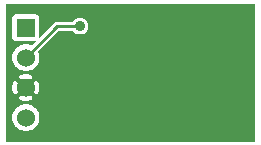
<source format=gbr>
G04 start of page 3 for group 1 idx 1 *
G04 Title: (unknown), solder *
G04 Creator: pcb 20110918 *
G04 CreationDate: Sun 25 Aug 2013 03:10:13 AM GMT UTC *
G04 For: railfan *
G04 Format: Gerber/RS-274X *
G04 PCB-Dimensions: 85000 48000 *
G04 PCB-Coordinate-Origin: lower left *
%MOIN*%
%FSLAX25Y25*%
%LNBOTTOM*%
%ADD28C,0.0380*%
%ADD27C,0.0200*%
%ADD26C,0.0360*%
%ADD25C,0.0600*%
%ADD24C,0.0100*%
%ADD23C,0.0001*%
G54D23*G36*
X15643Y47000D02*X84000D01*
Y1000D01*
X15643D01*
Y35022D01*
X18621Y38000D01*
X23135D01*
X23228Y37849D01*
X23514Y37514D01*
X23849Y37228D01*
X24225Y36997D01*
X24632Y36829D01*
X25061Y36726D01*
X25500Y36691D01*
X25939Y36726D01*
X26368Y36829D01*
X26775Y36997D01*
X27151Y37228D01*
X27486Y37514D01*
X27772Y37849D01*
X28003Y38225D01*
X28171Y38632D01*
X28274Y39061D01*
X28300Y39500D01*
X28274Y39939D01*
X28171Y40368D01*
X28003Y40775D01*
X27772Y41151D01*
X27486Y41486D01*
X27151Y41772D01*
X26775Y42003D01*
X26368Y42171D01*
X25939Y42274D01*
X25500Y42309D01*
X25061Y42274D01*
X24632Y42171D01*
X24225Y42003D01*
X23849Y41772D01*
X23514Y41486D01*
X23228Y41151D01*
X23135Y41000D01*
X18059D01*
X18000Y41005D01*
X17765Y40986D01*
X17535Y40931D01*
X17317Y40841D01*
X17116Y40717D01*
X17115Y40717D01*
X16936Y40564D01*
X16898Y40519D01*
X15643Y39264D01*
Y47000D01*
G37*
G36*
X11113Y26302D02*X11152Y26347D01*
X11522Y26951D01*
X11793Y27605D01*
X11958Y28294D01*
X12000Y29000D01*
X11958Y29706D01*
X11793Y30395D01*
X11565Y30944D01*
X15643Y35022D01*
Y1000D01*
X11113D01*
Y6302D01*
X11152Y6347D01*
X11522Y6951D01*
X11793Y7605D01*
X11958Y8294D01*
X12000Y9000D01*
X11958Y9706D01*
X11793Y10395D01*
X11522Y11049D01*
X11152Y11653D01*
X11113Y11698D01*
Y16853D01*
X11156Y16860D01*
X11268Y16897D01*
X11373Y16952D01*
X11468Y17022D01*
X11551Y17106D01*
X11619Y17202D01*
X11670Y17308D01*
X11818Y17716D01*
X11922Y18137D01*
X11984Y18567D01*
X12005Y19000D01*
X11984Y19433D01*
X11922Y19863D01*
X11818Y20284D01*
X11675Y20694D01*
X11622Y20800D01*
X11553Y20896D01*
X11470Y20981D01*
X11375Y21051D01*
X11269Y21106D01*
X11157Y21143D01*
X11113Y21151D01*
Y26302D01*
G37*
G36*
Y1000D02*X7502D01*
Y4486D01*
X8206Y4542D01*
X8895Y4707D01*
X9549Y4978D01*
X10153Y5348D01*
X10692Y5808D01*
X11113Y6302D01*
Y1000D01*
G37*
G36*
X7502Y24486D02*X8206Y24542D01*
X8895Y24707D01*
X9549Y24978D01*
X10153Y25348D01*
X10692Y25808D01*
X11113Y26302D01*
Y21151D01*
X11040Y21163D01*
X10921Y21164D01*
X10804Y21146D01*
X10691Y21110D01*
X10585Y21057D01*
X10488Y20988D01*
X10404Y20905D01*
X10333Y20809D01*
X10279Y20704D01*
X10241Y20592D01*
X10222Y20475D01*
X10221Y20356D01*
X10239Y20239D01*
X10277Y20126D01*
X10376Y19855D01*
X10444Y19575D01*
X10486Y19289D01*
X10500Y19000D01*
X10486Y18711D01*
X10444Y18425D01*
X10376Y18145D01*
X10280Y17872D01*
X10242Y17761D01*
X10225Y17644D01*
X10225Y17526D01*
X10245Y17409D01*
X10282Y17297D01*
X10336Y17193D01*
X10406Y17098D01*
X10491Y17015D01*
X10587Y16946D01*
X10692Y16893D01*
X10805Y16857D01*
X10921Y16840D01*
X11039Y16841D01*
X11113Y16853D01*
Y11698D01*
X10692Y12192D01*
X10153Y12652D01*
X9549Y13022D01*
X8895Y13293D01*
X8206Y13458D01*
X7502Y13514D01*
Y14495D01*
X7933Y14516D01*
X8363Y14578D01*
X8784Y14682D01*
X9194Y14825D01*
X9300Y14878D01*
X9396Y14947D01*
X9481Y15030D01*
X9551Y15125D01*
X9606Y15231D01*
X9643Y15343D01*
X9663Y15460D01*
X9664Y15579D01*
X9646Y15696D01*
X9610Y15809D01*
X9557Y15915D01*
X9488Y16012D01*
X9405Y16096D01*
X9309Y16167D01*
X9204Y16221D01*
X9092Y16259D01*
X8975Y16278D01*
X8856Y16279D01*
X8739Y16261D01*
X8626Y16223D01*
X8355Y16124D01*
X8075Y16056D01*
X7789Y16014D01*
X7502Y16000D01*
Y22000D01*
X7789Y21986D01*
X8075Y21944D01*
X8355Y21876D01*
X8628Y21780D01*
X8739Y21742D01*
X8856Y21725D01*
X8974Y21725D01*
X9091Y21745D01*
X9203Y21782D01*
X9307Y21836D01*
X9402Y21906D01*
X9485Y21991D01*
X9554Y22087D01*
X9607Y22192D01*
X9643Y22305D01*
X9660Y22421D01*
X9659Y22539D01*
X9640Y22656D01*
X9603Y22768D01*
X9548Y22873D01*
X9478Y22968D01*
X9394Y23051D01*
X9298Y23119D01*
X9192Y23170D01*
X8784Y23318D01*
X8363Y23422D01*
X7933Y23484D01*
X7502Y23505D01*
Y24486D01*
G37*
G36*
Y34507D02*X10735Y34514D01*
X10942Y34564D01*
X9444Y33065D01*
X8895Y33293D01*
X8206Y33458D01*
X7502Y33514D01*
Y34507D01*
G37*
G36*
Y47000D02*X15643D01*
Y39264D01*
X11936Y35558D01*
X11986Y35765D01*
X12000Y36000D01*
X11986Y42235D01*
X11931Y42465D01*
X11841Y42683D01*
X11717Y42884D01*
X11564Y43064D01*
X11384Y43217D01*
X11183Y43341D01*
X10965Y43431D01*
X10735Y43486D01*
X10500Y43500D01*
X7502Y43493D01*
Y47000D01*
G37*
G36*
X3887Y6302D02*X4308Y5808D01*
X4847Y5348D01*
X5451Y4978D01*
X6105Y4707D01*
X6794Y4542D01*
X7500Y4486D01*
X7502Y4486D01*
Y1000D01*
X3887D01*
Y6302D01*
G37*
G36*
Y26302D02*X4308Y25808D01*
X4847Y25348D01*
X5451Y24978D01*
X6105Y24707D01*
X6794Y24542D01*
X7500Y24486D01*
X7502Y24486D01*
Y23505D01*
X7500Y23505D01*
X7067Y23484D01*
X6637Y23422D01*
X6216Y23318D01*
X5806Y23175D01*
X5700Y23122D01*
X5604Y23053D01*
X5519Y22970D01*
X5449Y22875D01*
X5394Y22769D01*
X5357Y22657D01*
X5337Y22540D01*
X5336Y22421D01*
X5354Y22304D01*
X5390Y22191D01*
X5443Y22085D01*
X5512Y21988D01*
X5595Y21904D01*
X5691Y21833D01*
X5796Y21779D01*
X5908Y21741D01*
X6025Y21722D01*
X6144Y21721D01*
X6261Y21739D01*
X6374Y21777D01*
X6645Y21876D01*
X6925Y21944D01*
X7211Y21986D01*
X7500Y22000D01*
X7502Y22000D01*
Y16000D01*
X7500Y16000D01*
X7211Y16014D01*
X6925Y16056D01*
X6645Y16124D01*
X6372Y16220D01*
X6261Y16258D01*
X6144Y16275D01*
X6026Y16275D01*
X5909Y16255D01*
X5797Y16218D01*
X5693Y16164D01*
X5598Y16094D01*
X5515Y16009D01*
X5446Y15913D01*
X5393Y15808D01*
X5357Y15695D01*
X5340Y15579D01*
X5341Y15461D01*
X5360Y15344D01*
X5397Y15232D01*
X5452Y15127D01*
X5522Y15032D01*
X5606Y14949D01*
X5702Y14881D01*
X5808Y14830D01*
X6216Y14682D01*
X6637Y14578D01*
X7067Y14516D01*
X7500Y14495D01*
X7502Y14495D01*
Y13514D01*
X7500Y13514D01*
X6794Y13458D01*
X6105Y13293D01*
X5451Y13022D01*
X4847Y12652D01*
X4308Y12192D01*
X3887Y11698D01*
Y16849D01*
X3960Y16837D01*
X4079Y16836D01*
X4196Y16854D01*
X4309Y16890D01*
X4415Y16943D01*
X4512Y17012D01*
X4596Y17095D01*
X4667Y17191D01*
X4721Y17296D01*
X4759Y17408D01*
X4778Y17525D01*
X4779Y17644D01*
X4761Y17761D01*
X4723Y17874D01*
X4624Y18145D01*
X4556Y18425D01*
X4514Y18711D01*
X4500Y19000D01*
X4514Y19289D01*
X4556Y19575D01*
X4624Y19855D01*
X4720Y20128D01*
X4758Y20239D01*
X4775Y20356D01*
X4775Y20474D01*
X4755Y20591D01*
X4718Y20703D01*
X4664Y20807D01*
X4594Y20902D01*
X4509Y20985D01*
X4413Y21054D01*
X4308Y21107D01*
X4195Y21143D01*
X4079Y21160D01*
X3961Y21159D01*
X3887Y21147D01*
Y26302D01*
G37*
G36*
Y34630D02*X4035Y34569D01*
X4265Y34514D01*
X4500Y34500D01*
X7502Y34507D01*
Y33514D01*
X7500Y33514D01*
X6794Y33458D01*
X6105Y33293D01*
X5451Y33022D01*
X4847Y32652D01*
X4308Y32192D01*
X3887Y31698D01*
Y34630D01*
G37*
G36*
Y47000D02*X7502D01*
Y43493D01*
X4265Y43486D01*
X4035Y43431D01*
X3887Y43370D01*
Y47000D01*
G37*
G36*
X1000Y1000D02*Y47000D01*
X3887D01*
Y43370D01*
X3817Y43341D01*
X3616Y43217D01*
X3436Y43064D01*
X3283Y42884D01*
X3159Y42683D01*
X3069Y42465D01*
X3014Y42235D01*
X3000Y42000D01*
X3014Y35765D01*
X3069Y35535D01*
X3159Y35317D01*
X3283Y35116D01*
X3436Y34936D01*
X3616Y34783D01*
X3817Y34659D01*
X3887Y34630D01*
Y31698D01*
X3848Y31653D01*
X3478Y31049D01*
X3207Y30395D01*
X3042Y29706D01*
X2986Y29000D01*
X3042Y28294D01*
X3207Y27605D01*
X3478Y26951D01*
X3848Y26347D01*
X3887Y26302D01*
Y21147D01*
X3844Y21140D01*
X3732Y21103D01*
X3627Y21048D01*
X3532Y20978D01*
X3449Y20894D01*
X3381Y20798D01*
X3330Y20692D01*
X3182Y20284D01*
X3078Y19863D01*
X3016Y19433D01*
X2995Y19000D01*
X3016Y18567D01*
X3078Y18137D01*
X3182Y17716D01*
X3325Y17306D01*
X3378Y17200D01*
X3447Y17104D01*
X3530Y17019D01*
X3625Y16949D01*
X3731Y16894D01*
X3843Y16857D01*
X3887Y16849D01*
Y11698D01*
X3848Y11653D01*
X3478Y11049D01*
X3207Y10395D01*
X3042Y9706D01*
X2986Y9000D01*
X3042Y8294D01*
X3207Y7605D01*
X3478Y6951D01*
X3848Y6347D01*
X3887Y6302D01*
Y1000D01*
X1000D01*
G37*
G54D24*X25500Y39500D02*X18000D01*
X7500Y29000D01*
G54D23*G36*
X4500Y42000D02*Y36000D01*
X10500D01*
Y42000D01*
X4500D01*
G37*
G54D25*X7500Y29000D03*
Y19000D03*
Y9000D03*
G54D26*X53000Y7500D03*
X58000D03*
X55500Y4000D03*
X25500Y39500D03*
X63000Y7500D03*
X68000D03*
X60500Y4000D03*
X65500D03*
G54D27*G54D28*M02*

</source>
